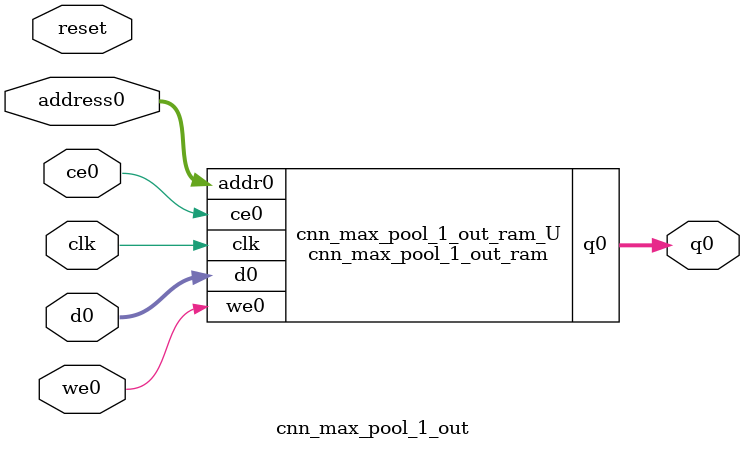
<source format=v>
`timescale 1 ns / 1 ps
module cnn_max_pool_1_out_ram (addr0, ce0, d0, we0, q0,  clk);

parameter DWIDTH = 32;
parameter AWIDTH = 13;
parameter MEM_SIZE = 5408;

input[AWIDTH-1:0] addr0;
input ce0;
input[DWIDTH-1:0] d0;
input we0;
output reg[DWIDTH-1:0] q0;
input clk;

(* ram_style = "block" *)reg [DWIDTH-1:0] ram[0:MEM_SIZE-1];




always @(posedge clk)  
begin 
    if (ce0) begin
        if (we0) 
            ram[addr0] <= d0; 
        q0 <= ram[addr0];
    end
end


endmodule

`timescale 1 ns / 1 ps
module cnn_max_pool_1_out(
    reset,
    clk,
    address0,
    ce0,
    we0,
    d0,
    q0);

parameter DataWidth = 32'd32;
parameter AddressRange = 32'd5408;
parameter AddressWidth = 32'd13;
input reset;
input clk;
input[AddressWidth - 1:0] address0;
input ce0;
input we0;
input[DataWidth - 1:0] d0;
output[DataWidth - 1:0] q0;



cnn_max_pool_1_out_ram cnn_max_pool_1_out_ram_U(
    .clk( clk ),
    .addr0( address0 ),
    .ce0( ce0 ),
    .we0( we0 ),
    .d0( d0 ),
    .q0( q0 ));

endmodule


</source>
